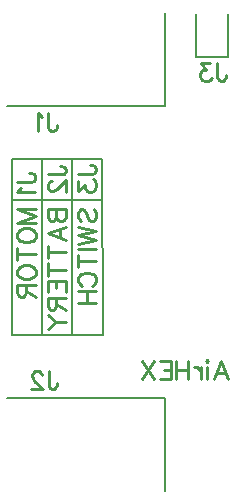
<source format=gbr>
G04 DipTrace 3.3.1.0*
G04 BottomSilk.gbr*
%MOMM*%
G04 #@! TF.FileFunction,Legend,Bot*
G04 #@! TF.Part,Single*
%ADD15C,0.2*%
%ADD64C,0.23529*%
%FSLAX35Y35*%
G04*
G71*
G90*
G75*
G01*
G04 BotSilk*
%LPD*%
X1095250Y3857500D2*
D15*
X1349250D1*
Y2365250D1*
X1095250D1*
Y3857500D1*
X1349250D2*
X1603250D1*
Y2365250D1*
X1349250D1*
Y3857500D1*
X1603250D2*
X1857250D1*
X1863800Y2369100D1*
X1603250Y2365250D1*
Y3857500D1*
X1095250Y3508250D2*
X1857250D1*
X1052900Y4308900D2*
X2396450D1*
Y5095950D1*
X2658800Y5088000D2*
Y4722300D1*
X2929100D1*
Y5088000D1*
X1052900Y1836450D2*
X2396450D1*
Y1049400D1*
X1401883Y4246370D2*
D64*
Y4129795D1*
X1409127Y4107895D1*
X1416539Y4100651D1*
X1431027Y4093238D1*
X1445683D1*
X1460171Y4100651D1*
X1467415Y4107895D1*
X1474827Y4129795D1*
Y4144282D1*
X1354824Y4217058D2*
X1340168Y4224470D1*
X1318268Y4246201D1*
Y4093238D1*
X2835755Y4671123D2*
Y4554548D1*
X2842998Y4532648D1*
X2850411Y4525404D1*
X2864898Y4517992D1*
X2879555D1*
X2894042Y4525404D1*
X2901286Y4532648D1*
X2908698Y4554548D1*
Y4569036D1*
X2774040Y4670955D2*
X2694020D1*
X2737652Y4612667D1*
X2715752D1*
X2701264Y4605423D1*
X2694020Y4598179D1*
X2686608Y4576279D1*
Y4561792D1*
X2694020Y4539892D1*
X2708508Y4525236D1*
X2730408Y4517992D1*
X2752308D1*
X2774040Y4525236D1*
X2781283Y4532648D1*
X2788696Y4547136D1*
X1406845Y2062887D2*
Y1946311D1*
X1414088Y1924411D1*
X1421501Y1917167D1*
X1435988Y1909755D1*
X1450645D1*
X1465132Y1917167D1*
X1472376Y1924411D1*
X1479788Y1946311D1*
Y1960799D1*
X1352373Y2026330D2*
Y2033574D1*
X1345130Y2048230D1*
X1337886Y2055474D1*
X1323230Y2062718D1*
X1294086D1*
X1279598Y2055474D1*
X1272354Y2048230D1*
X1264942Y2033574D1*
Y2019087D1*
X1272354Y2004430D1*
X1286842Y1982699D1*
X1359786Y1909755D1*
X1257698D1*
X1141860Y3664410D2*
X1258436D1*
X1280336Y3671654D1*
X1287579Y3679066D1*
X1294992Y3693554D1*
Y3708210D1*
X1287579Y3722697D1*
X1280336Y3729941D1*
X1258436Y3737354D1*
X1243948D1*
X1171172Y3617351D2*
X1163760Y3602695D1*
X1142029Y3580795D1*
X1294992D1*
X1399210Y3727451D2*
X1515786D1*
X1537686Y3734695D1*
X1544929Y3742107D1*
X1552342Y3756595D1*
Y3771251D1*
X1544929Y3785739D1*
X1537686Y3792983D1*
X1515786Y3800395D1*
X1501298D1*
X1435766Y3672980D2*
X1428523D1*
X1413866Y3665737D1*
X1406623Y3658493D1*
X1399379Y3643837D1*
Y3614693D1*
X1406622Y3600205D1*
X1413866Y3592961D1*
X1428522Y3585549D1*
X1443010D1*
X1457666Y3592961D1*
X1479398Y3607449D1*
X1552342Y3680392D1*
Y3578305D1*
X1658090Y3732538D2*
X1774666D1*
X1796566Y3739782D1*
X1803809Y3747194D1*
X1811222Y3761682D1*
Y3776338D1*
X1803809Y3790826D1*
X1796566Y3798069D1*
X1774666Y3805482D1*
X1760178D1*
X1658259Y3670823D2*
Y3590804D1*
X1716546Y3634436D1*
Y3612536D1*
X1723790Y3598048D1*
X1731034Y3590804D1*
X1752934Y3583392D1*
X1767422D1*
X1789322Y3590804D1*
X1803978Y3605292D1*
X1811222Y3627192D1*
Y3649092D1*
X1803978Y3670823D1*
X1796566Y3678067D1*
X1782078Y3685479D1*
X1296058Y3317773D2*
X1142927D1*
X1296058Y3376061D1*
X1142927Y3434348D1*
X1296058D1*
X1142927Y3226914D2*
X1150171Y3241570D1*
X1164827Y3256058D1*
X1179315Y3263470D1*
X1201215Y3270714D1*
X1237771D1*
X1259502Y3263470D1*
X1274158Y3256058D1*
X1288646Y3241570D1*
X1296058Y3226914D1*
Y3197770D1*
X1288646Y3183282D1*
X1274158Y3168626D1*
X1259502Y3161382D1*
X1237771Y3154139D1*
X1201215D1*
X1179315Y3161382D1*
X1164827Y3168626D1*
X1150171Y3183283D1*
X1142927Y3197770D1*
Y3226914D1*
Y3056036D2*
X1296058D1*
X1142927Y3107080D2*
Y3004992D1*
Y2914133D2*
X1150171Y2928790D1*
X1164827Y2943277D1*
X1179315Y2950690D1*
X1201215Y2957933D1*
X1237771D1*
X1259502Y2950689D1*
X1274158Y2943277D1*
X1288646Y2928789D1*
X1296058Y2914133D1*
Y2884989D1*
X1288646Y2870502D1*
X1274158Y2855846D1*
X1259502Y2848602D1*
X1237771Y2841358D1*
X1201215D1*
X1179315Y2848602D1*
X1164827Y2855846D1*
X1150171Y2870502D1*
X1142927Y2884990D1*
Y2914133D1*
X1215871Y2794299D2*
Y2728768D1*
X1208458Y2706868D1*
X1201214Y2699456D1*
X1186727Y2692212D1*
X1172071D1*
X1157583Y2699456D1*
X1150171Y2706868D1*
X1142927Y2728768D1*
Y2794299D1*
X1296058D1*
X1215871Y2743256D2*
X1296058Y2692212D1*
X1399597Y3436066D2*
X1552728D1*
Y3370366D1*
X1545316Y3348466D1*
X1538072Y3341223D1*
X1523584Y3333979D1*
X1501684D1*
X1487028Y3341223D1*
X1479784Y3348466D1*
X1472541Y3370366D1*
X1465128Y3348466D1*
X1457885Y3341223D1*
X1443397Y3333979D1*
X1428741D1*
X1414253Y3341223D1*
X1406841Y3348466D1*
X1399597Y3370366D1*
Y3436066D1*
X1472541D2*
Y3370366D1*
X1552728Y3170176D2*
X1399597Y3228632D1*
X1552728Y3286920D1*
X1501684Y3265020D2*
Y3192076D1*
X1399597Y3072073D2*
X1552728D1*
X1399597Y3123117D2*
Y3021030D1*
Y2922927D2*
X1552728D1*
X1399597Y2973971D2*
Y2871883D1*
Y2730149D2*
Y2824824D1*
X1552728D1*
Y2730149D1*
X1472541Y2824824D2*
Y2766537D1*
Y2683090D2*
Y2617559D1*
X1465128Y2595659D1*
X1457885Y2588246D1*
X1443397Y2581002D1*
X1428741D1*
X1414253Y2588246D1*
X1406841Y2595659D1*
X1399597Y2617559D1*
Y2683090D1*
X1552728D1*
X1472541Y2632046D2*
X1552728Y2581002D1*
X1399597Y2533944D2*
X1472541Y2475656D1*
X1552728D1*
X1399597Y2417368D2*
X1472541Y2475656D1*
X1678404Y3332473D2*
X1663747Y3346961D1*
X1656504Y3368861D1*
Y3398005D1*
X1663747Y3419905D1*
X1678403Y3434561D1*
X1692891D1*
X1707547Y3427149D1*
X1714791Y3419905D1*
X1722035Y3405417D1*
X1736691Y3361617D1*
X1743935Y3346961D1*
X1751347Y3339717D1*
X1765835Y3332473D1*
X1787735D1*
X1802223Y3346961D1*
X1809635Y3368861D1*
Y3398005D1*
X1802223Y3419905D1*
X1787735Y3434561D1*
X1656504Y3285415D2*
X1809635Y3248858D1*
X1656504Y3212471D1*
X1809635Y3176083D1*
X1656504Y3139527D1*
Y3092468D2*
X1809635D1*
X1656504Y2994366D2*
X1809635Y2994365D1*
X1656504Y3045409D2*
Y2943322D1*
X1692891Y2786931D2*
X1678404Y2794175D1*
X1663747Y2808831D1*
X1656504Y2823319D1*
Y2852463D1*
X1663747Y2867119D1*
X1678404Y2881607D1*
X1692891Y2889019D1*
X1714791Y2896263D1*
X1751347D1*
X1773079Y2889019D1*
X1787735Y2881607D1*
X1802223Y2867119D1*
X1809635Y2852463D1*
Y2823319D1*
X1802223Y2808831D1*
X1787735Y2794175D1*
X1773079Y2786931D1*
X1656504Y2739873D2*
X1809635Y2739872D1*
X1656503Y2637785D2*
X1809635D1*
X1729447Y2739873D2*
Y2637785D1*
X2804957Y1993193D2*
X2863413Y2146325D1*
X2921701Y1993193D1*
X2899801Y2044237D2*
X2826857D1*
X2757898Y2146325D2*
X2750655Y2139081D1*
X2743242Y2146325D1*
X2750655Y2153737D1*
X2757898Y2146325D1*
X2750655Y2095281D2*
Y1993193D1*
X2696183Y2095281D2*
Y1993193D1*
Y2051481D2*
X2688771Y2073381D1*
X2674283Y2088037D1*
X2659627Y2095281D1*
X2637727D1*
X2590668Y2146325D2*
Y1993193D1*
X2488581Y2146325D2*
Y1993193D1*
X2590668Y2073381D2*
X2488581D1*
X2346847Y2146325D2*
X2441522D1*
Y1993193D1*
X2346847D1*
X2441522Y2073381D2*
X2383234D1*
X2299788Y2146325D2*
X2197700Y1993193D1*
Y2146325D2*
X2299788Y1993193D1*
M02*

</source>
